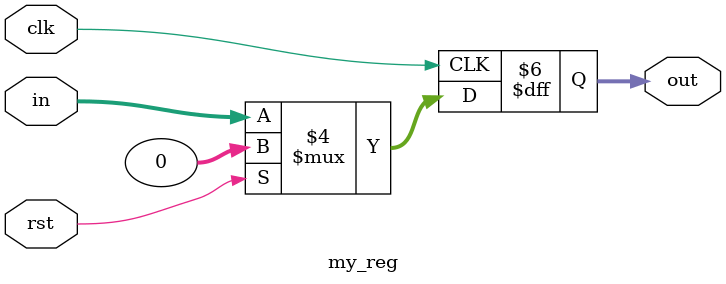
<source format=v>
module my_reg
(
	input      [31:0] in,
	input             clk,
	input					rst,
	//input 				wr,
	output reg [31:0]	out

);


always @ (posedge clk) begin

		if (~rst)
			out <= in;
		else
			out <= 32'd0;
			
end

endmodule 
</source>
